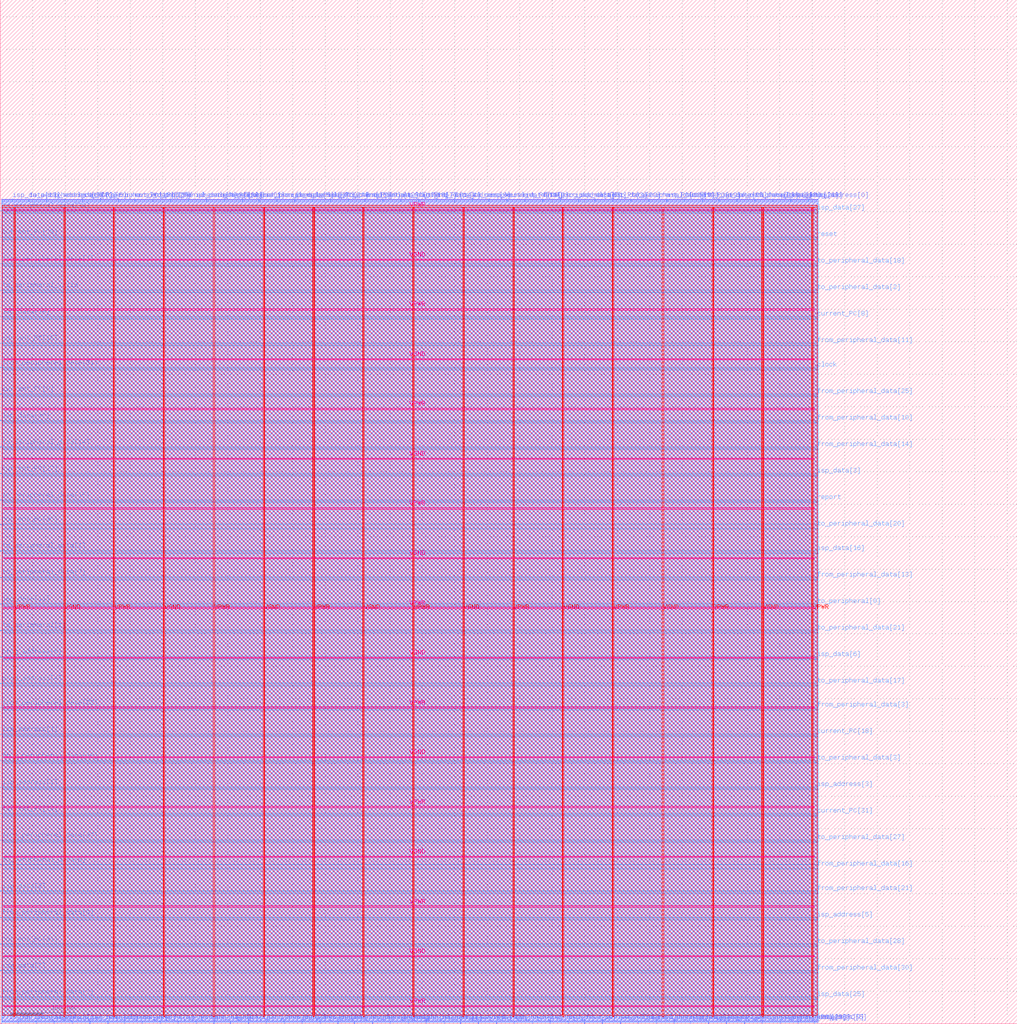
<source format=lef>
VERSION 5.7 ;
  NOWIREEXTENSIONATPIN ON ;
  DIVIDERCHAR "/" ;
  BUSBITCHARS "[]" ;
MACRO RISC_V_Core
  CLASS BLOCK ;
  FOREIGN RISC_V_Core ;
  ORIGIN 0.000 0.000 ;
  SIZE 1565.595 BY 1576.315 ;
  PIN clock
    DIRECTION INPUT ;
    USE SIGNAL ;
    PORT
      LAYER met3 ;
        RECT 1254.980 1006.440 1258.980 1007.040 ;
    END
  END clock
  PIN current_PC[0]
    DIRECTION OUTPUT TRISTATE ;
    USE SIGNAL ;
    PORT
      LAYER met3 ;
        RECT 0.000 969.040 4.000 969.640 ;
    END
  END current_PC[0]
  PIN current_PC[10]
    DIRECTION OUTPUT TRISTATE ;
    USE SIGNAL ;
    PORT
      LAYER met3 ;
        RECT 0.000 323.040 4.000 323.640 ;
    END
  END current_PC[10]
  PIN current_PC[11]
    DIRECTION OUTPUT TRISTATE ;
    USE SIGNAL ;
    PORT
      LAYER met2 ;
        RECT 572.790 0.000 573.070 4.000 ;
    END
  END current_PC[11]
  PIN current_PC[12]
    DIRECTION OUTPUT TRISTATE ;
    USE SIGNAL ;
    PORT
      LAYER met2 ;
        RECT 998.290 1265.700 998.570 1269.700 ;
    END
  END current_PC[12]
  PIN current_PC[13]
    DIRECTION OUTPUT TRISTATE ;
    USE SIGNAL ;
    PORT
      LAYER met2 ;
        RECT 181.790 1265.700 182.070 1269.700 ;
    END
  END current_PC[13]
  PIN current_PC[14]
    DIRECTION OUTPUT TRISTATE ;
    USE SIGNAL ;
    PORT
      LAYER met2 ;
        RECT 644.090 1265.700 644.370 1269.700 ;
    END
  END current_PC[14]
  PIN current_PC[15]
    DIRECTION OUTPUT TRISTATE ;
    USE SIGNAL ;
    PORT
      LAYER met2 ;
        RECT 246.190 0.000 246.470 4.000 ;
    END
  END current_PC[15]
  PIN current_PC[16]
    DIRECTION OUTPUT TRISTATE ;
    USE SIGNAL ;
    PORT
      LAYER met3 ;
        RECT 0.000 1047.240 4.000 1047.840 ;
    END
  END current_PC[16]
  PIN current_PC[17]
    DIRECTION OUTPUT TRISTATE ;
    USE SIGNAL ;
    PORT
      LAYER met2 ;
        RECT 588.890 1265.700 589.170 1269.700 ;
    END
  END current_PC[17]
  PIN current_PC[18]
    DIRECTION OUTPUT TRISTATE ;
    USE SIGNAL ;
    PORT
      LAYER met3 ;
        RECT 1254.980 442.040 1258.980 442.640 ;
    END
  END current_PC[18]
  PIN current_PC[19]
    DIRECTION OUTPUT TRISTATE ;
    USE SIGNAL ;
    PORT
      LAYER met2 ;
        RECT 1053.490 1265.700 1053.770 1269.700 ;
    END
  END current_PC[19]
  PIN current_PC[1]
    DIRECTION OUTPUT TRISTATE ;
    USE SIGNAL ;
    PORT
      LAYER met2 ;
        RECT 736.090 0.000 736.370 4.000 ;
    END
  END current_PC[1]
  PIN current_PC[20]
    DIRECTION OUTPUT TRISTATE ;
    USE SIGNAL ;
    PORT
      LAYER met2 ;
        RECT 317.490 1265.700 317.770 1269.700 ;
    END
  END current_PC[20]
  PIN current_PC[21]
    DIRECTION OUTPUT TRISTATE ;
    USE SIGNAL ;
    PORT
      LAYER met3 ;
        RECT 0.000 122.440 4.000 123.040 ;
    END
  END current_PC[21]
  PIN current_PC[22]
    DIRECTION OUTPUT TRISTATE ;
    USE SIGNAL ;
    PORT
      LAYER met2 ;
        RECT 926.990 0.000 927.270 4.000 ;
    END
  END current_PC[22]
  PIN current_PC[23]
    DIRECTION OUTPUT TRISTATE ;
    USE SIGNAL ;
    PORT
      LAYER met2 ;
        RECT 207.090 1265.700 207.370 1269.700 ;
    END
  END current_PC[23]
  PIN current_PC[24]
    DIRECTION OUTPUT TRISTATE ;
    USE SIGNAL ;
    PORT
      LAYER met2 ;
        RECT 480.790 1265.700 481.070 1269.700 ;
    END
  END current_PC[24]
  PIN current_PC[25]
    DIRECTION OUTPUT TRISTATE ;
    USE SIGNAL ;
    PORT
      LAYER met2 ;
        RECT 301.390 0.000 301.670 4.000 ;
    END
  END current_PC[25]
  PIN current_PC[26]
    DIRECTION OUTPUT TRISTATE ;
    USE SIGNAL ;
    PORT
      LAYER met3 ;
        RECT 0.000 768.440 4.000 769.040 ;
    END
  END current_PC[26]
  PIN current_PC[27]
    DIRECTION OUTPUT TRISTATE ;
    USE SIGNAL ;
    PORT
      LAYER met3 ;
        RECT 0.000 846.640 4.000 847.240 ;
    END
  END current_PC[27]
  PIN current_PC[28]
    DIRECTION OUTPUT TRISTATE ;
    USE SIGNAL ;
    PORT
      LAYER met3 ;
        RECT 0.000 1210.440 4.000 1211.040 ;
    END
  END current_PC[28]
  PIN current_PC[29]
    DIRECTION OUTPUT TRISTATE ;
    USE SIGNAL ;
    PORT
      LAYER met2 ;
        RECT 779.790 1265.700 780.070 1269.700 ;
    END
  END current_PC[29]
  PIN current_PC[2]
    DIRECTION OUTPUT TRISTATE ;
    USE SIGNAL ;
    PORT
      LAYER met2 ;
        RECT 98.990 1265.700 99.270 1269.700 ;
    END
  END current_PC[2]
  PIN current_PC[30]
    DIRECTION OUTPUT TRISTATE ;
    USE SIGNAL ;
    PORT
      LAYER met2 ;
        RECT 763.690 0.000 763.970 4.000 ;
    END
  END current_PC[30]
  PIN current_PC[31]
    DIRECTION OUTPUT TRISTATE ;
    USE SIGNAL ;
    PORT
      LAYER met3 ;
        RECT 1254.980 319.640 1258.980 320.240 ;
    END
  END current_PC[31]
  PIN current_PC[3]
    DIRECTION OUTPUT TRISTATE ;
    USE SIGNAL ;
    PORT
      LAYER met2 ;
        RECT 915.490 1265.700 915.770 1269.700 ;
    END
  END current_PC[3]
  PIN current_PC[4]
    DIRECTION OUTPUT TRISTATE ;
    USE SIGNAL ;
    PORT
      LAYER met2 ;
        RECT 218.590 0.000 218.870 4.000 ;
    END
  END current_PC[4]
  PIN current_PC[5]
    DIRECTION OUTPUT TRISTATE ;
    USE SIGNAL ;
    PORT
      LAYER met2 ;
        RECT 1253.590 0.000 1253.870 4.000 ;
    END
  END current_PC[5]
  PIN current_PC[6]
    DIRECTION OUTPUT TRISTATE ;
    USE SIGNAL ;
    PORT
      LAYER met2 ;
        RECT 190.990 0.000 191.270 4.000 ;
    END
  END current_PC[6]
  PIN current_PC[7]
    DIRECTION OUTPUT TRISTATE ;
    USE SIGNAL ;
    PORT
      LAYER met2 ;
        RECT 818.890 0.000 819.170 4.000 ;
    END
  END current_PC[7]
  PIN current_PC[8]
    DIRECTION OUTPUT TRISTATE ;
    USE SIGNAL ;
    PORT
      LAYER met3 ;
        RECT 1254.980 1084.640 1258.980 1085.240 ;
    END
  END current_PC[8]
  PIN current_PC[9]
    DIRECTION OUTPUT TRISTATE ;
    USE SIGNAL ;
    PORT
      LAYER met2 ;
        RECT 535.990 1265.700 536.270 1269.700 ;
    END
  END current_PC[9]
  PIN from_peripheral[0]
    DIRECTION INPUT ;
    USE SIGNAL ;
    PORT
      LAYER met2 ;
        RECT 425.590 1265.700 425.870 1269.700 ;
    END
  END from_peripheral[0]
  PIN from_peripheral[1]
    DIRECTION INPUT ;
    USE SIGNAL ;
    PORT
      LAYER met2 ;
        RECT 834.990 1265.700 835.270 1269.700 ;
    END
  END from_peripheral[1]
  PIN from_peripheral_data[0]
    DIRECTION INPUT ;
    USE SIGNAL ;
    PORT
      LAYER met3 ;
        RECT 0.000 163.240 4.000 163.840 ;
    END
  END from_peripheral_data[0]
  PIN from_peripheral_data[10]
    DIRECTION INPUT ;
    USE SIGNAL ;
    PORT
      LAYER met3 ;
        RECT 1254.980 924.840 1258.980 925.440 ;
    END
  END from_peripheral_data[10]
  PIN from_peripheral_data[11]
    DIRECTION INPUT ;
    USE SIGNAL ;
    PORT
      LAYER met3 ;
        RECT 1254.980 1043.840 1258.980 1044.440 ;
    END
  END from_peripheral_data[11]
  PIN from_peripheral_data[12]
    DIRECTION INPUT ;
    USE SIGNAL ;
    PORT
      LAYER met2 ;
        RECT 381.890 0.000 382.170 4.000 ;
    END
  END from_peripheral_data[12]
  PIN from_peripheral_data[13]
    DIRECTION INPUT ;
    USE SIGNAL ;
    PORT
      LAYER met3 ;
        RECT 1254.980 683.440 1258.980 684.040 ;
    END
  END from_peripheral_data[13]
  PIN from_peripheral_data[14]
    DIRECTION INPUT ;
    USE SIGNAL ;
    PORT
      LAYER met3 ;
        RECT 1254.980 884.040 1258.980 884.640 ;
    END
  END from_peripheral_data[14]
  PIN from_peripheral_data[15]
    DIRECTION INPUT ;
    USE SIGNAL ;
    PORT
      LAYER met2 ;
        RECT 453.190 1265.700 453.470 1269.700 ;
    END
  END from_peripheral_data[15]
  PIN from_peripheral_data[16]
    DIRECTION INPUT ;
    USE SIGNAL ;
    PORT
      LAYER met3 ;
        RECT 1254.980 238.040 1258.980 238.640 ;
    END
  END from_peripheral_data[16]
  PIN from_peripheral_data[17]
    DIRECTION INPUT ;
    USE SIGNAL ;
    PORT
      LAYER met2 ;
        RECT 627.990 0.000 628.270 4.000 ;
    END
  END from_peripheral_data[17]
  PIN from_peripheral_data[18]
    DIRECTION INPUT ;
    USE SIGNAL ;
    PORT
      LAYER met3 ;
        RECT 0.000 404.640 4.000 405.240 ;
    END
  END from_peripheral_data[18]
  PIN from_peripheral_data[19]
    DIRECTION INPUT ;
    USE SIGNAL ;
    PORT
      LAYER met2 ;
        RECT 273.790 0.000 274.070 4.000 ;
    END
  END from_peripheral_data[19]
  PIN from_peripheral_data[1]
    DIRECTION INPUT ;
    USE SIGNAL ;
    PORT
      LAYER met2 ;
        RECT 600.390 0.000 600.670 4.000 ;
    END
  END from_peripheral_data[1]
  PIN from_peripheral_data[20]
    DIRECTION INPUT ;
    USE SIGNAL ;
    PORT
      LAYER met2 ;
        RECT 492.290 0.000 492.570 4.000 ;
    END
  END from_peripheral_data[20]
  PIN from_peripheral_data[21]
    DIRECTION INPUT ;
    USE SIGNAL ;
    PORT
      LAYER met3 ;
        RECT 1254.980 200.640 1258.980 201.240 ;
    END
  END from_peripheral_data[21]
  PIN from_peripheral_data[22]
    DIRECTION INPUT ;
    USE SIGNAL ;
    PORT
      LAYER met2 ;
        RECT 110.490 0.000 110.770 4.000 ;
    END
  END from_peripheral_data[22]
  PIN from_peripheral_data[23]
    DIRECTION INPUT ;
    USE SIGNAL ;
    PORT
      LAYER met2 ;
        RECT 1081.090 1265.700 1081.370 1269.700 ;
    END
  END from_peripheral_data[23]
  PIN from_peripheral_data[24]
    DIRECTION INPUT ;
    USE SIGNAL ;
    PORT
      LAYER met2 ;
        RECT 437.090 0.000 437.370 4.000 ;
    END
  END from_peripheral_data[24]
  PIN from_peripheral_data[25]
    DIRECTION INPUT ;
    USE SIGNAL ;
    PORT
      LAYER met3 ;
        RECT 1254.980 965.640 1258.980 966.240 ;
    END
  END from_peripheral_data[25]
  PIN from_peripheral_data[26]
    DIRECTION INPUT ;
    USE SIGNAL ;
    PORT
      LAYER met2 ;
        RECT 2.390 0.000 2.670 4.000 ;
    END
  END from_peripheral_data[26]
  PIN from_peripheral_data[27]
    DIRECTION INPUT ;
    USE SIGNAL ;
    PORT
      LAYER met3 ;
        RECT 0.000 282.240 4.000 282.840 ;
    END
  END from_peripheral_data[27]
  PIN from_peripheral_data[28]
    DIRECTION INPUT ;
    USE SIGNAL ;
    PORT
      LAYER met3 ;
        RECT 0.000 486.240 4.000 486.840 ;
    END
  END from_peripheral_data[28]
  PIN from_peripheral_data[29]
    DIRECTION INPUT ;
    USE SIGNAL ;
    PORT
      LAYER met2 ;
        RECT 397.990 1265.700 398.270 1269.700 ;
    END
  END from_peripheral_data[29]
  PIN from_peripheral_data[2]
    DIRECTION INPUT ;
    USE SIGNAL ;
    PORT
      LAYER met3 ;
        RECT 0.000 40.840 4.000 41.440 ;
    END
  END from_peripheral_data[2]
  PIN from_peripheral_data[30]
    DIRECTION INPUT ;
    USE SIGNAL ;
    PORT
      LAYER met3 ;
        RECT 1254.980 78.240 1258.980 78.840 ;
    END
  END from_peripheral_data[30]
  PIN from_peripheral_data[31]
    DIRECTION INPUT ;
    USE SIGNAL ;
    PORT
      LAYER met3 ;
        RECT 0.000 1009.840 4.000 1010.440 ;
    END
  END from_peripheral_data[31]
  PIN from_peripheral_data[3]
    DIRECTION INPUT ;
    USE SIGNAL ;
    PORT
      LAYER met3 ;
        RECT 1254.980 482.840 1258.980 483.440 ;
    END
  END from_peripheral_data[3]
  PIN from_peripheral_data[4]
    DIRECTION INPUT ;
    USE SIGNAL ;
    PORT
      LAYER met3 ;
        RECT 0.000 1169.640 4.000 1170.240 ;
    END
  END from_peripheral_data[4]
  PIN from_peripheral_data[5]
    DIRECTION INPUT ;
    USE SIGNAL ;
    PORT
      LAYER met2 ;
        RECT 372.690 1265.700 372.970 1269.700 ;
    END
  END from_peripheral_data[5]
  PIN from_peripheral_data[6]
    DIRECTION INPUT ;
    USE SIGNAL ;
    PORT
      LAYER met2 ;
        RECT 1009.790 0.000 1010.070 4.000 ;
    END
  END from_peripheral_data[6]
  PIN from_peripheral_data[7]
    DIRECTION INPUT ;
    USE SIGNAL ;
    PORT
      LAYER met2 ;
        RECT 561.290 1265.700 561.570 1269.700 ;
    END
  END from_peripheral_data[7]
  PIN from_peripheral_data[8]
    DIRECTION INPUT ;
    USE SIGNAL ;
    PORT
      LAYER met2 ;
        RECT 899.390 0.000 899.670 4.000 ;
    END
  END from_peripheral_data[8]
  PIN from_peripheral_data[9]
    DIRECTION INPUT ;
    USE SIGNAL ;
    PORT
      LAYER met2 ;
        RECT 982.190 0.000 982.470 4.000 ;
    END
  END from_peripheral_data[9]
  PIN from_peripheral_valid
    DIRECTION INPUT ;
    USE SIGNAL ;
    PORT
      LAYER met2 ;
        RECT 289.890 1265.700 290.170 1269.700 ;
    END
  END from_peripheral_valid
  PIN isp_address[0]
    DIRECTION INPUT ;
    USE SIGNAL ;
    PORT
      LAYER met2 ;
        RECT 699.290 1265.700 699.570 1269.700 ;
    END
  END isp_address[0]
  PIN isp_address[1]
    DIRECTION INPUT ;
    USE SIGNAL ;
    PORT
      LAYER met3 ;
        RECT 0.000 363.840 4.000 364.440 ;
    END
  END isp_address[1]
  PIN isp_address[2]
    DIRECTION INPUT ;
    USE SIGNAL ;
    PORT
      LAYER met2 ;
        RECT 165.690 0.000 165.970 4.000 ;
    END
  END isp_address[2]
  PIN isp_address[3]
    DIRECTION INPUT ;
    USE SIGNAL ;
    PORT
      LAYER met3 ;
        RECT 1254.980 360.440 1258.980 361.040 ;
    END
  END isp_address[3]
  PIN isp_address[4]
    DIRECTION INPUT ;
    USE SIGNAL ;
    PORT
      LAYER met3 ;
        RECT 0.000 445.440 4.000 446.040 ;
    END
  END isp_address[4]
  PIN isp_address[5]
    DIRECTION INPUT ;
    USE SIGNAL ;
    PORT
      LAYER met3 ;
        RECT 1254.980 159.840 1258.980 160.440 ;
    END
  END isp_address[5]
  PIN isp_address[6]
    DIRECTION INPUT ;
    USE SIGNAL ;
    PORT
      LAYER met2 ;
        RECT 71.390 1265.700 71.670 1269.700 ;
    END
  END isp_address[6]
  PIN isp_address[7]
    DIRECTION INPUT ;
    USE SIGNAL ;
    PORT
      LAYER met2 ;
        RECT 1090.290 0.000 1090.570 4.000 ;
    END
  END isp_address[7]
  PIN isp_data[0]
    DIRECTION INPUT ;
    USE SIGNAL ;
    PORT
      LAYER met2 ;
        RECT 846.490 0.000 846.770 4.000 ;
    END
  END isp_data[0]
  PIN isp_data[10]
    DIRECTION INPUT ;
    USE SIGNAL ;
    PORT
      LAYER met2 ;
        RECT 874.090 0.000 874.370 4.000 ;
    END
  END isp_data[10]
  PIN isp_data[11]
    DIRECTION INPUT ;
    USE SIGNAL ;
    PORT
      LAYER met3 ;
        RECT 0.000 646.040 4.000 646.640 ;
    END
  END isp_data[11]
  PIN isp_data[12]
    DIRECTION INPUT ;
    USE SIGNAL ;
    PORT
      LAYER met2 ;
        RECT 1189.190 1265.700 1189.470 1269.700 ;
    END
  END isp_data[12]
  PIN isp_data[13]
    DIRECTION INPUT ;
    USE SIGNAL ;
    PORT
      LAYER met2 ;
        RECT 616.490 1265.700 616.770 1269.700 ;
    END
  END isp_data[13]
  PIN isp_data[14]
    DIRECTION INPUT ;
    USE SIGNAL ;
    PORT
      LAYER met2 ;
        RECT 82.890 0.000 83.170 4.000 ;
    END
  END isp_data[14]
  PIN isp_data[15]
    DIRECTION INPUT ;
    USE SIGNAL ;
    PORT
      LAYER met2 ;
        RECT 138.090 0.000 138.370 4.000 ;
    END
  END isp_data[15]
  PIN isp_data[16]
    DIRECTION INPUT ;
    USE SIGNAL ;
    PORT
      LAYER met3 ;
        RECT 1254.980 724.240 1258.980 724.840 ;
    END
  END isp_data[16]
  PIN isp_data[17]
    DIRECTION INPUT ;
    USE SIGNAL ;
    PORT
      LAYER met2 ;
        RECT 18.490 1265.700 18.770 1269.700 ;
    END
  END isp_data[17]
  PIN isp_data[18]
    DIRECTION INPUT ;
    USE SIGNAL ;
    PORT
      LAYER met3 ;
        RECT 0.000 1088.040 4.000 1088.640 ;
    END
  END isp_data[18]
  PIN isp_data[19]
    DIRECTION INPUT ;
    USE SIGNAL ;
    PORT
      LAYER met2 ;
        RECT 1025.890 1265.700 1026.170 1269.700 ;
    END
  END isp_data[19]
  PIN isp_data[1]
    DIRECTION INPUT ;
    USE SIGNAL ;
    PORT
      LAYER met2 ;
        RECT 328.990 0.000 329.270 4.000 ;
    END
  END isp_data[1]
  PIN isp_data[20]
    DIRECTION INPUT ;
    USE SIGNAL ;
    PORT
      LAYER met2 ;
        RECT 655.590 0.000 655.870 4.000 ;
    END
  END isp_data[20]
  PIN isp_data[21]
    DIRECTION INPUT ;
    USE SIGNAL ;
    PORT
      LAYER met2 ;
        RECT 890.190 1265.700 890.470 1269.700 ;
    END
  END isp_data[21]
  PIN isp_data[22]
    DIRECTION INPUT ;
    USE SIGNAL ;
    PORT
      LAYER met2 ;
        RECT 943.090 1265.700 943.370 1269.700 ;
    END
  END isp_data[22]
  PIN isp_data[23]
    DIRECTION INPUT ;
    USE SIGNAL ;
    PORT
      LAYER met2 ;
        RECT 1062.690 0.000 1062.970 4.000 ;
    END
  END isp_data[23]
  PIN isp_data[24]
    DIRECTION INPUT ;
    USE SIGNAL ;
    PORT
      LAYER met2 ;
        RECT 791.290 0.000 791.570 4.000 ;
    END
  END isp_data[24]
  PIN isp_data[25]
    DIRECTION INPUT ;
    USE SIGNAL ;
    PORT
      LAYER met3 ;
        RECT 1254.980 37.440 1258.980 38.040 ;
    END
  END isp_data[25]
  PIN isp_data[26]
    DIRECTION INPUT ;
    USE SIGNAL ;
    PORT
      LAYER met2 ;
        RECT 1216.790 1265.700 1217.070 1269.700 ;
    END
  END isp_data[26]
  PIN isp_data[27]
    DIRECTION INPUT ;
    USE SIGNAL ;
    PORT
      LAYER met3 ;
        RECT 1254.980 1247.840 1258.980 1248.440 ;
    END
  END isp_data[27]
  PIN isp_data[28]
    DIRECTION INPUT ;
    USE SIGNAL ;
    PORT
      LAYER met2 ;
        RECT 1106.390 1265.700 1106.670 1269.700 ;
    END
  END isp_data[28]
  PIN isp_data[29]
    DIRECTION INPUT ;
    USE SIGNAL ;
    PORT
      LAYER met2 ;
        RECT 1228.290 0.000 1228.570 4.000 ;
    END
  END isp_data[29]
  PIN isp_data[2]
    DIRECTION INPUT ;
    USE SIGNAL ;
    PORT
      LAYER met3 ;
        RECT 0.000 204.040 4.000 204.640 ;
    END
  END isp_data[2]
  PIN isp_data[30]
    DIRECTION INPUT ;
    USE SIGNAL ;
    PORT
      LAYER met3 ;
        RECT 0.000 928.240 4.000 928.840 ;
    END
  END isp_data[30]
  PIN isp_data[31]
    DIRECTION INPUT ;
    USE SIGNAL ;
    PORT
      LAYER met2 ;
        RECT 27.690 0.000 27.970 4.000 ;
    END
  END isp_data[31]
  PIN isp_data[3]
    DIRECTION INPUT ;
    USE SIGNAL ;
    PORT
      LAYER met3 ;
        RECT 1254.980 843.240 1258.980 843.840 ;
    END
  END isp_data[3]
  PIN isp_data[4]
    DIRECTION INPUT ;
    USE SIGNAL ;
    PORT
      LAYER met2 ;
        RECT 671.690 1265.700 671.970 1269.700 ;
    END
  END isp_data[4]
  PIN isp_data[5]
    DIRECTION INPUT ;
    USE SIGNAL ;
    PORT
      LAYER met2 ;
        RECT 126.590 1265.700 126.870 1269.700 ;
    END
  END isp_data[5]
  PIN isp_data[6]
    DIRECTION INPUT ;
    USE SIGNAL ;
    PORT
      LAYER met3 ;
        RECT 1254.980 561.040 1258.980 561.640 ;
    END
  END isp_data[6]
  PIN isp_data[7]
    DIRECTION INPUT ;
    USE SIGNAL ;
    PORT
      LAYER met3 ;
        RECT 0.000 81.640 4.000 82.240 ;
    END
  END isp_data[7]
  PIN isp_data[8]
    DIRECTION INPUT ;
    USE SIGNAL ;
    PORT
      LAYER met2 ;
        RECT 55.290 0.000 55.570 4.000 ;
    END
  END isp_data[8]
  PIN isp_data[9]
    DIRECTION INPUT ;
    USE SIGNAL ;
    PORT
      LAYER met2 ;
        RECT 807.390 1265.700 807.670 1269.700 ;
    END
  END isp_data[9]
  PIN isp_write
    DIRECTION INPUT ;
    USE SIGNAL ;
    PORT
      LAYER met2 ;
        RECT 752.190 1265.700 752.470 1269.700 ;
    END
  END isp_write
  PIN prog_address[0]
    DIRECTION INPUT ;
    USE SIGNAL ;
    PORT
      LAYER met2 ;
        RECT 1244.390 1265.700 1244.670 1269.700 ;
    END
  END prog_address[0]
  PIN prog_address[1]
    DIRECTION INPUT ;
    USE SIGNAL ;
    PORT
      LAYER met2 ;
        RECT 345.090 1265.700 345.370 1269.700 ;
    END
  END prog_address[1]
  PIN prog_address[2]
    DIRECTION INPUT ;
    USE SIGNAL ;
    PORT
      LAYER met2 ;
        RECT 464.690 0.000 464.970 4.000 ;
    END
  END prog_address[2]
  PIN prog_address[3]
    DIRECTION INPUT ;
    USE SIGNAL ;
    PORT
      LAYER met2 ;
        RECT 708.490 0.000 708.770 4.000 ;
    END
  END prog_address[3]
  PIN prog_address[4]
    DIRECTION INPUT ;
    USE SIGNAL ;
    PORT
      LAYER met3 ;
        RECT 0.000 523.640 4.000 524.240 ;
    END
  END prog_address[4]
  PIN prog_address[5]
    DIRECTION INPUT ;
    USE SIGNAL ;
    PORT
      LAYER met3 ;
        RECT 0.000 564.440 4.000 565.040 ;
    END
  END prog_address[5]
  PIN prog_address[6]
    DIRECTION INPUT ;
    USE SIGNAL ;
    PORT
      LAYER met2 ;
        RECT 862.590 1265.700 862.870 1269.700 ;
    END
  END prog_address[6]
  PIN prog_address[7]
    DIRECTION INPUT ;
    USE SIGNAL ;
    PORT
      LAYER met2 ;
        RECT 409.490 0.000 409.770 4.000 ;
    END
  END prog_address[7]
  PIN report
    DIRECTION INPUT ;
    USE SIGNAL ;
    PORT
      LAYER met3 ;
        RECT 1254.980 802.440 1258.980 803.040 ;
    END
  END report
  PIN reset
    DIRECTION INPUT ;
    USE SIGNAL ;
    PORT
      LAYER met3 ;
        RECT 1254.980 1207.040 1258.980 1207.640 ;
    END
  END reset
  PIN start
    DIRECTION INPUT ;
    USE SIGNAL ;
    PORT
      LAYER met2 ;
        RECT 354.290 0.000 354.570 4.000 ;
    END
  END start
  PIN to_peripheral[0]
    DIRECTION OUTPUT TRISTATE ;
    USE SIGNAL ;
    PORT
      LAYER met3 ;
        RECT 1254.980 642.640 1258.980 643.240 ;
    END
  END to_peripheral[0]
  PIN to_peripheral[1]
    DIRECTION OUTPUT TRISTATE ;
    USE SIGNAL ;
    PORT
      LAYER met3 ;
        RECT 0.000 605.240 4.000 605.840 ;
    END
  END to_peripheral[1]
  PIN to_peripheral_data[0]
    DIRECTION OUTPUT TRISTATE ;
    USE SIGNAL ;
    PORT
      LAYER met2 ;
        RECT 1133.990 1265.700 1134.270 1269.700 ;
    END
  END to_peripheral_data[0]
  PIN to_peripheral_data[10]
    DIRECTION OUTPUT TRISTATE ;
    USE SIGNAL ;
    PORT
      LAYER met2 ;
        RECT 1161.590 1265.700 1161.870 1269.700 ;
    END
  END to_peripheral_data[10]
  PIN to_peripheral_data[11]
    DIRECTION OUTPUT TRISTATE ;
    USE SIGNAL ;
    PORT
      LAYER met2 ;
        RECT 726.890 1265.700 727.170 1269.700 ;
    END
  END to_peripheral_data[11]
  PIN to_peripheral_data[12]
    DIRECTION OUTPUT TRISTATE ;
    USE SIGNAL ;
    PORT
      LAYER met2 ;
        RECT 508.390 1265.700 508.670 1269.700 ;
    END
  END to_peripheral_data[12]
  PIN to_peripheral_data[13]
    DIRECTION OUTPUT TRISTATE ;
    USE SIGNAL ;
    PORT
      LAYER met2 ;
        RECT 262.290 1265.700 262.570 1269.700 ;
    END
  END to_peripheral_data[13]
  PIN to_peripheral_data[14]
    DIRECTION OUTPUT TRISTATE ;
    USE SIGNAL ;
    PORT
      LAYER met3 ;
        RECT 0.000 887.440 4.000 888.040 ;
    END
  END to_peripheral_data[14]
  PIN to_peripheral_data[15]
    DIRECTION OUTPUT TRISTATE ;
    USE SIGNAL ;
    PORT
      LAYER met3 ;
        RECT 0.000 805.840 4.000 806.440 ;
    END
  END to_peripheral_data[15]
  PIN to_peripheral_data[16]
    DIRECTION OUTPUT TRISTATE ;
    USE SIGNAL ;
    PORT
      LAYER met2 ;
        RECT 519.890 0.000 520.170 4.000 ;
    END
  END to_peripheral_data[16]
  PIN to_peripheral_data[17]
    DIRECTION OUTPUT TRISTATE ;
    USE SIGNAL ;
    PORT
      LAYER met3 ;
        RECT 1254.980 520.240 1258.980 520.840 ;
    END
  END to_peripheral_data[17]
  PIN to_peripheral_data[18]
    DIRECTION OUTPUT TRISTATE ;
    USE SIGNAL ;
    PORT
      LAYER met3 ;
        RECT 1254.980 1166.240 1258.980 1166.840 ;
    END
  END to_peripheral_data[18]
  PIN to_peripheral_data[19]
    DIRECTION OUTPUT TRISTATE ;
    USE SIGNAL ;
    PORT
      LAYER met2 ;
        RECT 970.690 1265.700 970.970 1269.700 ;
    END
  END to_peripheral_data[19]
  PIN to_peripheral_data[1]
    DIRECTION OUTPUT TRISTATE ;
    USE SIGNAL ;
    PORT
      LAYER met3 ;
        RECT 0.000 727.640 4.000 728.240 ;
    END
  END to_peripheral_data[1]
  PIN to_peripheral_data[20]
    DIRECTION OUTPUT TRISTATE ;
    USE SIGNAL ;
    PORT
      LAYER met3 ;
        RECT 1254.980 761.640 1258.980 762.240 ;
    END
  END to_peripheral_data[20]
  PIN to_peripheral_data[21]
    DIRECTION OUTPUT TRISTATE ;
    USE SIGNAL ;
    PORT
      LAYER met3 ;
        RECT 1254.980 601.840 1258.980 602.440 ;
    END
  END to_peripheral_data[21]
  PIN to_peripheral_data[22]
    DIRECTION OUTPUT TRISTATE ;
    USE SIGNAL ;
    PORT
      LAYER met2 ;
        RECT 545.190 0.000 545.470 4.000 ;
    END
  END to_peripheral_data[22]
  PIN to_peripheral_data[23]
    DIRECTION OUTPUT TRISTATE ;
    USE SIGNAL ;
    PORT
      LAYER met2 ;
        RECT 154.190 1265.700 154.470 1269.700 ;
    END
  END to_peripheral_data[23]
  PIN to_peripheral_data[24]
    DIRECTION OUTPUT TRISTATE ;
    USE SIGNAL ;
    PORT
      LAYER met2 ;
        RECT 1037.390 0.000 1037.670 4.000 ;
    END
  END to_peripheral_data[24]
  PIN to_peripheral_data[25]
    DIRECTION OUTPUT TRISTATE ;
    USE SIGNAL ;
    PORT
      LAYER met2 ;
        RECT 1173.090 0.000 1173.370 4.000 ;
    END
  END to_peripheral_data[25]
  PIN to_peripheral_data[26]
    DIRECTION OUTPUT TRISTATE ;
    USE SIGNAL ;
    PORT
      LAYER met2 ;
        RECT 1145.490 0.000 1145.770 4.000 ;
    END
  END to_peripheral_data[26]
  PIN to_peripheral_data[27]
    DIRECTION OUTPUT TRISTATE ;
    USE SIGNAL ;
    PORT
      LAYER met3 ;
        RECT 1254.980 278.840 1258.980 279.440 ;
    END
  END to_peripheral_data[27]
  PIN to_peripheral_data[28]
    DIRECTION OUTPUT TRISTATE ;
    USE SIGNAL ;
    PORT
      LAYER met3 ;
        RECT 1254.980 119.040 1258.980 119.640 ;
    END
  END to_peripheral_data[28]
  PIN to_peripheral_data[29]
    DIRECTION OUTPUT TRISTATE ;
    USE SIGNAL ;
    PORT
      LAYER met2 ;
        RECT 1117.890 0.000 1118.170 4.000 ;
    END
  END to_peripheral_data[29]
  PIN to_peripheral_data[2]
    DIRECTION OUTPUT TRISTATE ;
    USE SIGNAL ;
    PORT
      LAYER met3 ;
        RECT 1254.980 1125.440 1258.980 1126.040 ;
    END
  END to_peripheral_data[2]
  PIN to_peripheral_data[30]
    DIRECTION OUTPUT TRISTATE ;
    USE SIGNAL ;
    PORT
      LAYER met3 ;
        RECT 0.000 1251.240 4.000 1251.840 ;
    END
  END to_peripheral_data[30]
  PIN to_peripheral_data[31]
    DIRECTION OUTPUT TRISTATE ;
    USE SIGNAL ;
    PORT
      LAYER met2 ;
        RECT 954.590 0.000 954.870 4.000 ;
    END
  END to_peripheral_data[31]
  PIN to_peripheral_data[3]
    DIRECTION OUTPUT TRISTATE ;
    USE SIGNAL ;
    PORT
      LAYER met3 ;
        RECT 1254.980 401.240 1258.980 401.840 ;
    END
  END to_peripheral_data[3]
  PIN to_peripheral_data[4]
    DIRECTION OUTPUT TRISTATE ;
    USE SIGNAL ;
    PORT
      LAYER met2 ;
        RECT 234.690 1265.700 234.970 1269.700 ;
    END
  END to_peripheral_data[4]
  PIN to_peripheral_data[5]
    DIRECTION OUTPUT TRISTATE ;
    USE SIGNAL ;
    PORT
      LAYER met2 ;
        RECT 43.790 1265.700 44.070 1269.700 ;
    END
  END to_peripheral_data[5]
  PIN to_peripheral_data[6]
    DIRECTION OUTPUT TRISTATE ;
    USE SIGNAL ;
    PORT
      LAYER met2 ;
        RECT 683.190 0.000 683.470 4.000 ;
    END
  END to_peripheral_data[6]
  PIN to_peripheral_data[7]
    DIRECTION OUTPUT TRISTATE ;
    USE SIGNAL ;
    PORT
      LAYER met3 ;
        RECT 0.000 686.840 4.000 687.440 ;
    END
  END to_peripheral_data[7]
  PIN to_peripheral_data[8]
    DIRECTION OUTPUT TRISTATE ;
    USE SIGNAL ;
    PORT
      LAYER met3 ;
        RECT 0.000 244.840 4.000 245.440 ;
    END
  END to_peripheral_data[8]
  PIN to_peripheral_data[9]
    DIRECTION OUTPUT TRISTATE ;
    USE SIGNAL ;
    PORT
      LAYER met2 ;
        RECT 1200.690 0.000 1200.970 4.000 ;
    END
  END to_peripheral_data[9]
  PIN to_peripheral_valid
    DIRECTION OUTPUT TRISTATE ;
    USE SIGNAL ;
    PORT
      LAYER met3 ;
        RECT 0.000 1128.840 4.000 1129.440 ;
    END
  END to_peripheral_valid
  PIN VPWR
    DIRECTION INOUT ;
    USE POWER ;
    PORT
      LAYER met4 ;
        RECT 1249.840 10.640 1251.440 1256.880 ;
    END
  END VPWR
  PIN VPWR
    DIRECTION INOUT ;
    USE POWER ;
    PORT
      LAYER met4 ;
        RECT 1096.240 10.640 1097.840 1256.880 ;
    END
  END VPWR
  PIN VPWR
    DIRECTION INOUT ;
    USE POWER ;
    PORT
      LAYER met4 ;
        RECT 942.640 10.640 944.240 1256.880 ;
    END
  END VPWR
  PIN VPWR
    DIRECTION INOUT ;
    USE POWER ;
    PORT
      LAYER met4 ;
        RECT 789.040 10.640 790.640 1256.880 ;
    END
  END VPWR
  PIN VPWR
    DIRECTION INOUT ;
    USE POWER ;
    PORT
      LAYER met4 ;
        RECT 635.440 10.640 637.040 1256.880 ;
    END
  END VPWR
  PIN VPWR
    DIRECTION INOUT ;
    USE POWER ;
    PORT
      LAYER met4 ;
        RECT 481.840 10.640 483.440 1256.880 ;
    END
  END VPWR
  PIN VPWR
    DIRECTION INOUT ;
    USE POWER ;
    PORT
      LAYER met4 ;
        RECT 328.240 10.640 329.840 1256.880 ;
    END
  END VPWR
  PIN VPWR
    DIRECTION INOUT ;
    USE POWER ;
    PORT
      LAYER met4 ;
        RECT 174.640 10.640 176.240 1256.880 ;
    END
  END VPWR
  PIN VPWR
    DIRECTION INOUT ;
    USE POWER ;
    PORT
      LAYER met4 ;
        RECT 21.040 10.640 22.640 1256.880 ;
    END
  END VPWR
  PIN VPWR
    DIRECTION INOUT ;
    USE POWER ;
    PORT
      LAYER met5 ;
        RECT 5.520 1251.930 1253.040 1253.530 ;
    END
  END VPWR
  PIN VPWR
    DIRECTION INOUT ;
    USE POWER ;
    PORT
      LAYER met5 ;
        RECT 5.520 1098.750 1253.040 1100.350 ;
    END
  END VPWR
  PIN VPWR
    DIRECTION INOUT ;
    USE POWER ;
    PORT
      LAYER met5 ;
        RECT 5.520 945.570 1253.040 947.170 ;
    END
  END VPWR
  PIN VPWR
    DIRECTION INOUT ;
    USE POWER ;
    PORT
      LAYER met5 ;
        RECT 5.520 792.390 1253.040 793.990 ;
    END
  END VPWR
  PIN VPWR
    DIRECTION INOUT ;
    USE POWER ;
    PORT
      LAYER met5 ;
        RECT 5.520 639.210 1253.040 640.810 ;
    END
  END VPWR
  PIN VPWR
    DIRECTION INOUT ;
    USE POWER ;
    PORT
      LAYER met5 ;
        RECT 5.520 486.030 1253.040 487.630 ;
    END
  END VPWR
  PIN VPWR
    DIRECTION INOUT ;
    USE POWER ;
    PORT
      LAYER met5 ;
        RECT 5.520 332.850 1253.040 334.450 ;
    END
  END VPWR
  PIN VPWR
    DIRECTION INOUT ;
    USE POWER ;
    PORT
      LAYER met5 ;
        RECT 5.520 179.670 1253.040 181.270 ;
    END
  END VPWR
  PIN VPWR
    DIRECTION INOUT ;
    USE POWER ;
    PORT
      LAYER met5 ;
        RECT 5.520 26.490 1253.040 28.090 ;
    END
  END VPWR
  PIN VGND
    DIRECTION INOUT ;
    USE GROUND ;
    PORT
      LAYER met4 ;
        RECT 1173.040 10.640 1174.640 1256.880 ;
    END
  END VGND
  PIN VGND
    DIRECTION INOUT ;
    USE GROUND ;
    PORT
      LAYER met4 ;
        RECT 1019.440 10.640 1021.040 1256.880 ;
    END
  END VGND
  PIN VGND
    DIRECTION INOUT ;
    USE GROUND ;
    PORT
      LAYER met4 ;
        RECT 865.840 10.640 867.440 1256.880 ;
    END
  END VGND
  PIN VGND
    DIRECTION INOUT ;
    USE GROUND ;
    PORT
      LAYER met4 ;
        RECT 712.240 10.640 713.840 1256.880 ;
    END
  END VGND
  PIN VGND
    DIRECTION INOUT ;
    USE GROUND ;
    PORT
      LAYER met4 ;
        RECT 558.640 10.640 560.240 1256.880 ;
    END
  END VGND
  PIN VGND
    DIRECTION INOUT ;
    USE GROUND ;
    PORT
      LAYER met4 ;
        RECT 405.040 10.640 406.640 1256.880 ;
    END
  END VGND
  PIN VGND
    DIRECTION INOUT ;
    USE GROUND ;
    PORT
      LAYER met4 ;
        RECT 251.440 10.640 253.040 1256.880 ;
    END
  END VGND
  PIN VGND
    DIRECTION INOUT ;
    USE GROUND ;
    PORT
      LAYER met4 ;
        RECT 97.840 10.640 99.440 1256.880 ;
    END
  END VGND
  PIN VGND
    DIRECTION INOUT ;
    USE GROUND ;
    PORT
      LAYER met5 ;
        RECT 5.520 1175.340 1253.040 1176.940 ;
    END
  END VGND
  PIN VGND
    DIRECTION INOUT ;
    USE GROUND ;
    PORT
      LAYER met5 ;
        RECT 5.520 1022.160 1253.040 1023.760 ;
    END
  END VGND
  PIN VGND
    DIRECTION INOUT ;
    USE GROUND ;
    PORT
      LAYER met5 ;
        RECT 5.520 868.980 1253.040 870.580 ;
    END
  END VGND
  PIN VGND
    DIRECTION INOUT ;
    USE GROUND ;
    PORT
      LAYER met5 ;
        RECT 5.520 715.800 1253.040 717.400 ;
    END
  END VGND
  PIN VGND
    DIRECTION INOUT ;
    USE GROUND ;
    PORT
      LAYER met5 ;
        RECT 5.520 562.620 1253.040 564.220 ;
    END
  END VGND
  PIN VGND
    DIRECTION INOUT ;
    USE GROUND ;
    PORT
      LAYER met5 ;
        RECT 5.520 409.440 1253.040 411.040 ;
    END
  END VGND
  PIN VGND
    DIRECTION INOUT ;
    USE GROUND ;
    PORT
      LAYER met5 ;
        RECT 5.520 256.260 1253.040 257.860 ;
    END
  END VGND
  PIN VGND
    DIRECTION INOUT ;
    USE GROUND ;
    PORT
      LAYER met5 ;
        RECT 5.520 103.080 1253.040 104.680 ;
    END
  END VGND
  OBS
      LAYER li1 ;
        RECT 3.365 3.145 1258.875 1268.115 ;
      LAYER met1 ;
        RECT 2.370 3.100 1258.950 1269.520 ;
      LAYER met2 ;
        RECT 2.400 1265.420 18.210 1269.550 ;
        RECT 19.050 1265.420 43.510 1269.550 ;
        RECT 44.350 1265.420 71.110 1269.550 ;
        RECT 71.950 1265.420 98.710 1269.550 ;
        RECT 99.550 1265.420 126.310 1269.550 ;
        RECT 127.150 1265.420 153.910 1269.550 ;
        RECT 154.750 1265.420 181.510 1269.550 ;
        RECT 182.350 1265.420 206.810 1269.550 ;
        RECT 207.650 1265.420 234.410 1269.550 ;
        RECT 235.250 1265.420 262.010 1269.550 ;
        RECT 262.850 1265.420 289.610 1269.550 ;
        RECT 290.450 1265.420 317.210 1269.550 ;
        RECT 318.050 1265.420 344.810 1269.550 ;
        RECT 345.650 1265.420 372.410 1269.550 ;
        RECT 373.250 1265.420 397.710 1269.550 ;
        RECT 398.550 1265.420 425.310 1269.550 ;
        RECT 426.150 1265.420 452.910 1269.550 ;
        RECT 453.750 1265.420 480.510 1269.550 ;
        RECT 481.350 1265.420 508.110 1269.550 ;
        RECT 508.950 1265.420 535.710 1269.550 ;
        RECT 536.550 1265.420 561.010 1269.550 ;
        RECT 561.850 1265.420 588.610 1269.550 ;
        RECT 589.450 1265.420 616.210 1269.550 ;
        RECT 617.050 1265.420 643.810 1269.550 ;
        RECT 644.650 1265.420 671.410 1269.550 ;
        RECT 672.250 1265.420 699.010 1269.550 ;
        RECT 699.850 1265.420 726.610 1269.550 ;
        RECT 727.450 1265.420 751.910 1269.550 ;
        RECT 752.750 1265.420 779.510 1269.550 ;
        RECT 780.350 1265.420 807.110 1269.550 ;
        RECT 807.950 1265.420 834.710 1269.550 ;
        RECT 835.550 1265.420 862.310 1269.550 ;
        RECT 863.150 1265.420 889.910 1269.550 ;
        RECT 890.750 1265.420 915.210 1269.550 ;
        RECT 916.050 1265.420 942.810 1269.550 ;
        RECT 943.650 1265.420 970.410 1269.550 ;
        RECT 971.250 1265.420 998.010 1269.550 ;
        RECT 998.850 1265.420 1025.610 1269.550 ;
        RECT 1026.450 1265.420 1053.210 1269.550 ;
        RECT 1054.050 1265.420 1080.810 1269.550 ;
        RECT 1081.650 1265.420 1106.110 1269.550 ;
        RECT 1106.950 1265.420 1133.710 1269.550 ;
        RECT 1134.550 1265.420 1161.310 1269.550 ;
        RECT 1162.150 1265.420 1188.910 1269.550 ;
        RECT 1189.750 1265.420 1216.510 1269.550 ;
        RECT 1217.350 1265.420 1244.110 1269.550 ;
        RECT 1244.950 1265.420 1258.930 1269.550 ;
        RECT 2.400 4.280 1258.930 1265.420 ;
        RECT 2.950 2.195 27.410 4.280 ;
        RECT 28.250 2.195 55.010 4.280 ;
        RECT 55.850 2.195 82.610 4.280 ;
        RECT 83.450 2.195 110.210 4.280 ;
        RECT 111.050 2.195 137.810 4.280 ;
        RECT 138.650 2.195 165.410 4.280 ;
        RECT 166.250 2.195 190.710 4.280 ;
        RECT 191.550 2.195 218.310 4.280 ;
        RECT 219.150 2.195 245.910 4.280 ;
        RECT 246.750 2.195 273.510 4.280 ;
        RECT 274.350 2.195 301.110 4.280 ;
        RECT 301.950 2.195 328.710 4.280 ;
        RECT 329.550 2.195 354.010 4.280 ;
        RECT 354.850 2.195 381.610 4.280 ;
        RECT 382.450 2.195 409.210 4.280 ;
        RECT 410.050 2.195 436.810 4.280 ;
        RECT 437.650 2.195 464.410 4.280 ;
        RECT 465.250 2.195 492.010 4.280 ;
        RECT 492.850 2.195 519.610 4.280 ;
        RECT 520.450 2.195 544.910 4.280 ;
        RECT 545.750 2.195 572.510 4.280 ;
        RECT 573.350 2.195 600.110 4.280 ;
        RECT 600.950 2.195 627.710 4.280 ;
        RECT 628.550 2.195 655.310 4.280 ;
        RECT 656.150 2.195 682.910 4.280 ;
        RECT 683.750 2.195 708.210 4.280 ;
        RECT 709.050 2.195 735.810 4.280 ;
        RECT 736.650 2.195 763.410 4.280 ;
        RECT 764.250 2.195 791.010 4.280 ;
        RECT 791.850 2.195 818.610 4.280 ;
        RECT 819.450 2.195 846.210 4.280 ;
        RECT 847.050 2.195 873.810 4.280 ;
        RECT 874.650 2.195 899.110 4.280 ;
        RECT 899.950 2.195 926.710 4.280 ;
        RECT 927.550 2.195 954.310 4.280 ;
        RECT 955.150 2.195 981.910 4.280 ;
        RECT 982.750 2.195 1009.510 4.280 ;
        RECT 1010.350 2.195 1037.110 4.280 ;
        RECT 1037.950 2.195 1062.410 4.280 ;
        RECT 1063.250 2.195 1090.010 4.280 ;
        RECT 1090.850 2.195 1117.610 4.280 ;
        RECT 1118.450 2.195 1145.210 4.280 ;
        RECT 1146.050 2.195 1172.810 4.280 ;
        RECT 1173.650 2.195 1200.410 4.280 ;
        RECT 1201.250 2.195 1228.010 4.280 ;
        RECT 1228.850 2.195 1253.310 4.280 ;
        RECT 1254.150 2.195 1258.930 4.280 ;
      LAYER met3 ;
        RECT 2.830 1252.240 1258.955 1268.025 ;
        RECT 4.400 1250.840 1258.955 1252.240 ;
        RECT 2.830 1248.840 1258.955 1250.840 ;
        RECT 2.830 1247.440 1254.580 1248.840 ;
        RECT 2.830 1211.440 1258.955 1247.440 ;
        RECT 4.400 1210.040 1258.955 1211.440 ;
        RECT 2.830 1208.040 1258.955 1210.040 ;
        RECT 2.830 1206.640 1254.580 1208.040 ;
        RECT 2.830 1170.640 1258.955 1206.640 ;
        RECT 4.400 1169.240 1258.955 1170.640 ;
        RECT 2.830 1167.240 1258.955 1169.240 ;
        RECT 2.830 1165.840 1254.580 1167.240 ;
        RECT 2.830 1129.840 1258.955 1165.840 ;
        RECT 4.400 1128.440 1258.955 1129.840 ;
        RECT 2.830 1126.440 1258.955 1128.440 ;
        RECT 2.830 1125.040 1254.580 1126.440 ;
        RECT 2.830 1089.040 1258.955 1125.040 ;
        RECT 4.400 1087.640 1258.955 1089.040 ;
        RECT 2.830 1085.640 1258.955 1087.640 ;
        RECT 2.830 1084.240 1254.580 1085.640 ;
        RECT 2.830 1048.240 1258.955 1084.240 ;
        RECT 4.400 1046.840 1258.955 1048.240 ;
        RECT 2.830 1044.840 1258.955 1046.840 ;
        RECT 2.830 1043.440 1254.580 1044.840 ;
        RECT 2.830 1010.840 1258.955 1043.440 ;
        RECT 4.400 1009.440 1258.955 1010.840 ;
        RECT 2.830 1007.440 1258.955 1009.440 ;
        RECT 2.830 1006.040 1254.580 1007.440 ;
        RECT 2.830 970.040 1258.955 1006.040 ;
        RECT 4.400 968.640 1258.955 970.040 ;
        RECT 2.830 966.640 1258.955 968.640 ;
        RECT 2.830 965.240 1254.580 966.640 ;
        RECT 2.830 929.240 1258.955 965.240 ;
        RECT 4.400 927.840 1258.955 929.240 ;
        RECT 2.830 925.840 1258.955 927.840 ;
        RECT 2.830 924.440 1254.580 925.840 ;
        RECT 2.830 888.440 1258.955 924.440 ;
        RECT 4.400 887.040 1258.955 888.440 ;
        RECT 2.830 885.040 1258.955 887.040 ;
        RECT 2.830 883.640 1254.580 885.040 ;
        RECT 2.830 847.640 1258.955 883.640 ;
        RECT 4.400 846.240 1258.955 847.640 ;
        RECT 2.830 844.240 1258.955 846.240 ;
        RECT 2.830 842.840 1254.580 844.240 ;
        RECT 2.830 806.840 1258.955 842.840 ;
        RECT 4.400 805.440 1258.955 806.840 ;
        RECT 2.830 803.440 1258.955 805.440 ;
        RECT 2.830 802.040 1254.580 803.440 ;
        RECT 2.830 769.440 1258.955 802.040 ;
        RECT 4.400 768.040 1258.955 769.440 ;
        RECT 2.830 762.640 1258.955 768.040 ;
        RECT 2.830 761.240 1254.580 762.640 ;
        RECT 2.830 728.640 1258.955 761.240 ;
        RECT 4.400 727.240 1258.955 728.640 ;
        RECT 2.830 725.240 1258.955 727.240 ;
        RECT 2.830 723.840 1254.580 725.240 ;
        RECT 2.830 687.840 1258.955 723.840 ;
        RECT 4.400 686.440 1258.955 687.840 ;
        RECT 2.830 684.440 1258.955 686.440 ;
        RECT 2.830 683.040 1254.580 684.440 ;
        RECT 2.830 647.040 1258.955 683.040 ;
        RECT 4.400 645.640 1258.955 647.040 ;
        RECT 2.830 643.640 1258.955 645.640 ;
        RECT 2.830 642.240 1254.580 643.640 ;
        RECT 2.830 606.240 1258.955 642.240 ;
        RECT 4.400 604.840 1258.955 606.240 ;
        RECT 2.830 602.840 1258.955 604.840 ;
        RECT 2.830 601.440 1254.580 602.840 ;
        RECT 2.830 565.440 1258.955 601.440 ;
        RECT 4.400 564.040 1258.955 565.440 ;
        RECT 2.830 562.040 1258.955 564.040 ;
        RECT 2.830 560.640 1254.580 562.040 ;
        RECT 2.830 524.640 1258.955 560.640 ;
        RECT 4.400 523.240 1258.955 524.640 ;
        RECT 2.830 521.240 1258.955 523.240 ;
        RECT 2.830 519.840 1254.580 521.240 ;
        RECT 2.830 487.240 1258.955 519.840 ;
        RECT 4.400 485.840 1258.955 487.240 ;
        RECT 2.830 483.840 1258.955 485.840 ;
        RECT 2.830 482.440 1254.580 483.840 ;
        RECT 2.830 446.440 1258.955 482.440 ;
        RECT 4.400 445.040 1258.955 446.440 ;
        RECT 2.830 443.040 1258.955 445.040 ;
        RECT 2.830 441.640 1254.580 443.040 ;
        RECT 2.830 405.640 1258.955 441.640 ;
        RECT 4.400 404.240 1258.955 405.640 ;
        RECT 2.830 402.240 1258.955 404.240 ;
        RECT 2.830 400.840 1254.580 402.240 ;
        RECT 2.830 364.840 1258.955 400.840 ;
        RECT 4.400 363.440 1258.955 364.840 ;
        RECT 2.830 361.440 1258.955 363.440 ;
        RECT 2.830 360.040 1254.580 361.440 ;
        RECT 2.830 324.040 1258.955 360.040 ;
        RECT 4.400 322.640 1258.955 324.040 ;
        RECT 2.830 320.640 1258.955 322.640 ;
        RECT 2.830 319.240 1254.580 320.640 ;
        RECT 2.830 283.240 1258.955 319.240 ;
        RECT 4.400 281.840 1258.955 283.240 ;
        RECT 2.830 279.840 1258.955 281.840 ;
        RECT 2.830 278.440 1254.580 279.840 ;
        RECT 2.830 245.840 1258.955 278.440 ;
        RECT 4.400 244.440 1258.955 245.840 ;
        RECT 2.830 239.040 1258.955 244.440 ;
        RECT 2.830 237.640 1254.580 239.040 ;
        RECT 2.830 205.040 1258.955 237.640 ;
        RECT 4.400 203.640 1258.955 205.040 ;
        RECT 2.830 201.640 1258.955 203.640 ;
        RECT 2.830 200.240 1254.580 201.640 ;
        RECT 2.830 164.240 1258.955 200.240 ;
        RECT 4.400 162.840 1258.955 164.240 ;
        RECT 2.830 160.840 1258.955 162.840 ;
        RECT 2.830 159.440 1254.580 160.840 ;
        RECT 2.830 123.440 1258.955 159.440 ;
        RECT 4.400 122.040 1258.955 123.440 ;
        RECT 2.830 120.040 1258.955 122.040 ;
        RECT 2.830 118.640 1254.580 120.040 ;
        RECT 2.830 82.640 1258.955 118.640 ;
        RECT 4.400 81.240 1258.955 82.640 ;
        RECT 2.830 79.240 1258.955 81.240 ;
        RECT 2.830 77.840 1254.580 79.240 ;
        RECT 2.830 41.840 1258.955 77.840 ;
        RECT 4.400 40.440 1258.955 41.840 ;
        RECT 2.830 38.440 1258.955 40.440 ;
        RECT 2.830 37.040 1254.580 38.440 ;
        RECT 2.830 2.215 1258.955 37.040 ;
      LAYER met4 ;
        RECT 3.055 1257.280 1257.345 1259.865 ;
        RECT 3.055 13.095 20.640 1257.280 ;
        RECT 23.040 13.095 97.440 1257.280 ;
        RECT 99.840 13.095 174.240 1257.280 ;
        RECT 176.640 13.095 251.040 1257.280 ;
        RECT 253.440 13.095 327.840 1257.280 ;
        RECT 330.240 13.095 404.640 1257.280 ;
        RECT 407.040 13.095 481.440 1257.280 ;
        RECT 483.840 13.095 558.240 1257.280 ;
        RECT 560.640 13.095 635.040 1257.280 ;
        RECT 637.440 13.095 711.840 1257.280 ;
        RECT 714.240 13.095 788.640 1257.280 ;
        RECT 791.040 13.095 865.440 1257.280 ;
        RECT 867.840 13.095 942.240 1257.280 ;
        RECT 944.640 13.095 1019.040 1257.280 ;
        RECT 1021.440 13.095 1095.840 1257.280 ;
        RECT 1098.240 13.095 1172.640 1257.280 ;
        RECT 1175.040 13.095 1249.440 1257.280 ;
        RECT 1251.840 13.095 1257.345 1257.280 ;
  END
END RISC_V_Core
END LIBRARY


</source>
